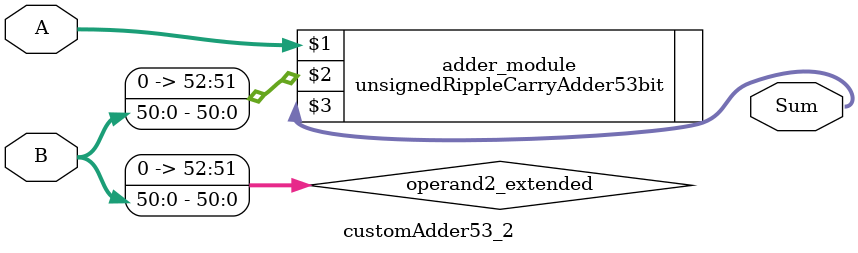
<source format=v>
module customAdder53_2(
                        input [52 : 0] A,
                        input [50 : 0] B,
                        
                        output [53 : 0] Sum
                );

        wire [52 : 0] operand2_extended;
        
        assign operand2_extended =  {2'b0, B};
        
        unsignedRippleCarryAdder53bit adder_module(
            A,
            operand2_extended,
            Sum
        );
        
        endmodule
        
</source>
